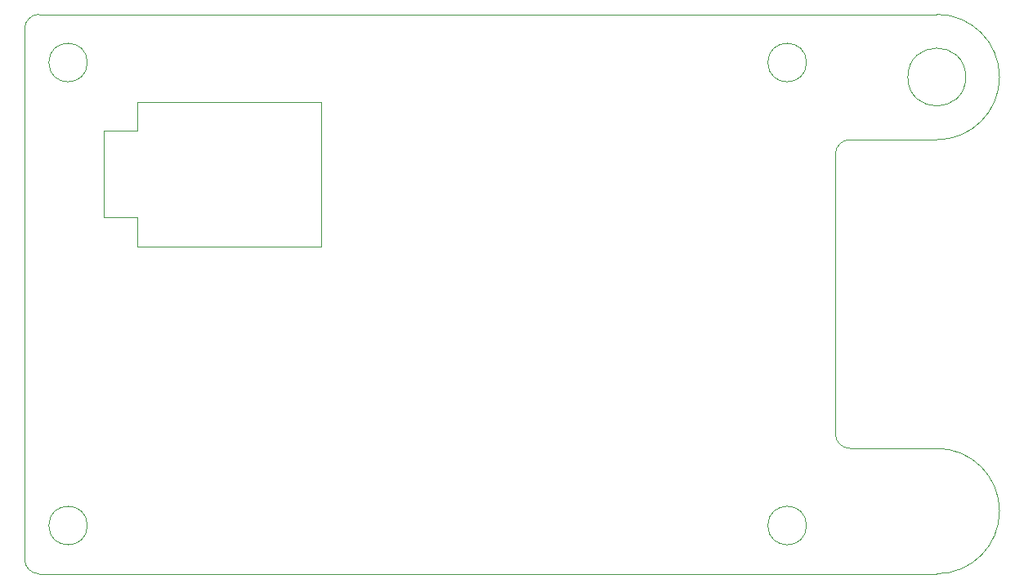
<source format=gbr>
%TF.GenerationSoftware,KiCad,Pcbnew,9.0.0*%
%TF.CreationDate,2025-03-22T20:49:06-07:00*%
%TF.ProjectId,DC33_Cnet_Badge_Main,44433333-5f43-46e6-9574-5f4261646765,rev?*%
%TF.SameCoordinates,Original*%
%TF.FileFunction,Profile,NP*%
%FSLAX46Y46*%
G04 Gerber Fmt 4.6, Leading zero omitted, Abs format (unit mm)*
G04 Created by KiCad (PCBNEW 9.0.0) date 2025-03-22 20:49:06*
%MOMM*%
%LPD*%
G01*
G04 APERTURE LIST*
%TA.AperFunction,Profile*%
%ADD10C,0.050000*%
%TD*%
G04 APERTURE END LIST*
D10*
X199000000Y-96500000D02*
G75*
G02*
X197500000Y-95000000I0J1500000D01*
G01*
X197500000Y-66000000D02*
G75*
G02*
X199000000Y-64500000I1500000J0D01*
G01*
X194500000Y-104500000D02*
G75*
G02*
X190500000Y-104500000I-2000000J0D01*
G01*
X190500000Y-104500000D02*
G75*
G02*
X194500000Y-104500000I2000000J0D01*
G01*
X197500000Y-51500000D02*
X208000000Y-51500000D01*
X208000000Y-51500000D02*
G75*
G02*
X208000000Y-64500000I0J-6500000D01*
G01*
X196000000Y-109500000D02*
X115000000Y-109500000D01*
X113500000Y-53000000D02*
G75*
G02*
X115000000Y-51500000I1500000J0D01*
G01*
X120000000Y-56500000D02*
G75*
G02*
X116000000Y-56500000I-2000000J0D01*
G01*
X116000000Y-56500000D02*
G75*
G02*
X120000000Y-56500000I2000000J0D01*
G01*
X120000000Y-104500000D02*
G75*
G02*
X116000000Y-104500000I-2000000J0D01*
G01*
X116000000Y-104500000D02*
G75*
G02*
X120000000Y-104500000I2000000J0D01*
G01*
X113500000Y-108000000D02*
X113500000Y-53000000D01*
X211000000Y-58000000D02*
G75*
G02*
X205000000Y-58000000I-3000000J0D01*
G01*
X205000000Y-58000000D02*
G75*
G02*
X211000000Y-58000000I3000000J0D01*
G01*
X115000000Y-51500000D02*
X197500000Y-51500000D01*
X194500000Y-56500000D02*
G75*
G02*
X190500000Y-56500000I-2000000J0D01*
G01*
X190500000Y-56500000D02*
G75*
G02*
X194500000Y-56500000I2000000J0D01*
G01*
X115000000Y-109500000D02*
G75*
G02*
X113500000Y-108000000I0J1500000D01*
G01*
X208000000Y-96500000D02*
X199000000Y-96500000D01*
X196000000Y-109500000D02*
X208000000Y-109500000D01*
X197500000Y-66000000D02*
X197500000Y-95000000D01*
X208000000Y-96500000D02*
G75*
G02*
X208000000Y-109500000I0J-6500000D01*
G01*
X199000000Y-64500000D02*
X208000000Y-64500000D01*
%TO.C,U1*%
X121680000Y-63570000D02*
X121680000Y-72570000D01*
X121680000Y-72570000D02*
X125130000Y-72570000D01*
X125130000Y-60570000D02*
X125130000Y-63570000D01*
X125130000Y-63570000D02*
X121680000Y-63570000D01*
X125130000Y-72570000D02*
X125130000Y-75570000D01*
X125130000Y-75570000D02*
X144180000Y-75570000D01*
X144180000Y-60570000D02*
X125130000Y-60570000D01*
X144180000Y-75570000D02*
X144180000Y-60570000D01*
%TD*%
M02*

</source>
